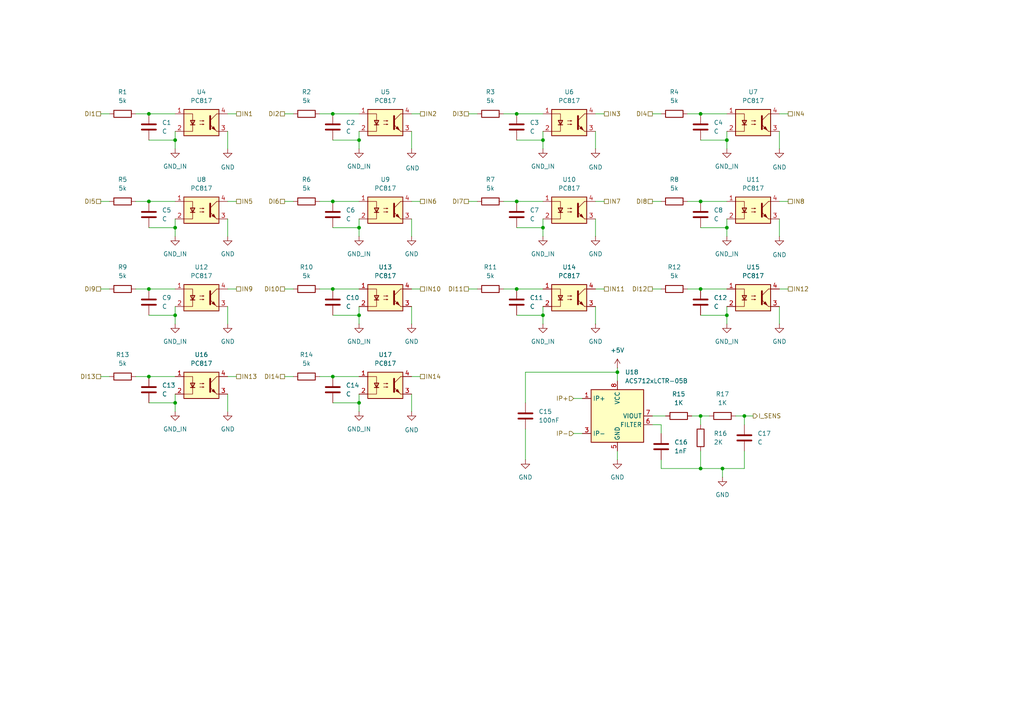
<source format=kicad_sch>
(kicad_sch (version 20250114) (generator "eeschema") (generator_version "9.0")
  (paper "A4")
  (lib_symbols
    (symbol "Device:C" (pin_numbers (hide yes)) (pin_names (offset 0.254))
      (property "Reference" "C" (at 0.635 2.54 0))
      (property "Value" "C" (at 0.635 -2.54 0))
      (symbol "C_0_1"
        (polyline (pts (xy -2.032 0.762) (xy 2.032 0.762)) (stroke (width 0.508)))
        (polyline (pts (xy -2.032 -0.762) (xy 2.032 -0.762)) (stroke (width 0.508)))
      )
      (symbol "C_1_1"
        (pin passive line (at 0 3.81 270) (length 2.794) (name "~") (number "1"))
        (pin passive line (at 0 -3.81 90) (length 2.794) (name "~") (number "2"))
      )
    )
    (symbol "Device:R" (pin_numbers (hide yes)) (pin_names (offset 0))
      (property "Reference" "R" (at 2.032 0 90))
      (property "Value" "R" (at 0 0 90))
      (symbol "R_0_1"
        (rectangle (start -1.016 -2.54) (end 1.016 2.54) (stroke (width 0.254)))
      )
      (symbol "R_1_1"
        (pin passive line (at 0 3.81 270) (length 1.27) (name "~") (number "1"))
        (pin passive line (at 0 -3.81 90) (length 1.27) (name "~") (number "2"))
      )
    )
    (symbol "Isolator:PC817" (pin_names (offset 1.016))
      (property "Reference" "U" (at -5.08 5.08 0))
      (property "Value" "PC817" (at 0 5.08 0))
      (symbol "PC817_0_1"
        (rectangle (start -5.08 3.81) (end 5.08 -3.81) (stroke (width 0.254)) (fill (type background)))
        (polyline (pts (xy -5.08 2.54) (xy -2.54 2.54) (xy -2.54 -0.635)))
        (polyline (pts (xy -3.175 -0.635) (xy -1.905 -0.635)) (stroke (width 0.254)))
        (polyline (pts (xy -2.54 -0.635) (xy -2.54 -2.54) (xy -5.08 -2.54)))
        (polyline (pts (xy -2.54 -0.635) (xy -3.175 0.635) (xy -1.905 0.635) (xy -2.54 -0.635)) (stroke (width 0.254)))
        (polyline (pts (xy -0.508 0.508) (xy 0.762 0.508) (xy 0.381 0.381) (xy 0.381 0.635) (xy 0.762 0.508)))
        (polyline (pts (xy -0.508 -0.508) (xy 0.762 -0.508) (xy 0.381 -0.635) (xy 0.381 -0.381) (xy 0.762 -0.508)))
        (polyline (pts (xy 2.54 1.905) (xy 2.54 -1.905) (xy 2.54 -1.905)) (stroke (width 0.508)))
        (polyline (pts (xy 2.54 0.635) (xy 4.445 2.54)))
        (polyline (pts (xy 3.048 -1.651) (xy 3.556 -1.143) (xy 4.064 -2.159) (xy 3.048 -1.651) (xy 3.048 -1.651)) (fill (type outline)))
        (polyline (pts (xy 4.445 2.54) (xy 5.08 2.54)))
        (polyline (pts (xy 4.445 -2.54) (xy 2.54 -0.635)) (fill (type outline)))
        (polyline (pts (xy 4.445 -2.54) (xy 5.08 -2.54)))
      )
      (symbol "PC817_1_1"
        (pin passive line (at -7.62 2.54 0) (length 2.54) (name "~") (number "1"))
        (pin passive line (at -7.62 -2.54 0) (length 2.54) (name "~") (number "2"))
        (pin passive line (at 7.62 2.54 180) (length 2.54) (name "~") (number "4"))
        (pin passive line (at 7.62 -2.54 180) (length 2.54) (name "~") (number "3"))
      )
    )
    (symbol "Sensor_Current:ACS712xLCTR-05B"
      (property "Reference" "U" (at 2.54 11.43 0))
      (property "Value" "ACS712xLCTR-05B" (at 2.54 8.89 0))
      (symbol "ACS712xLCTR-05B_0_1"
        (rectangle (start -7.62 7.62) (end 7.62 -7.62) (stroke (width 0.254)) (fill (type background)))
      )
      (symbol "ACS712xLCTR-05B_1_1"
        (pin passive line (at -10.16 5.08 0) (length 2.54) (name "IP+") (number "1"))
        (pin passive line (at -10.16 5.08 0) (length 2.54) (hide yes) (name "IP+") (number "2"))
        (pin passive line (at -10.16 -5.08 0) (length 2.54) (name "IP-") (number "3"))
        (pin passive line (at -10.16 -5.08 0) (length 2.54) (hide yes) (name "IP-") (number "4"))
        (pin power_in line (at 0 10.16 270) (length 2.54) (name "VCC") (number "8"))
        (pin power_in line (at 0 -10.16 90) (length 2.54) (name "GND") (number "5"))
        (pin output line (at 10.16 0 180) (length 2.54) (name "VIOUT") (number "7"))
        (pin passive line (at 10.16 -2.54 180) (length 2.54) (name "FILTER") (number "6"))
      )
    )
    (symbol "power:+5V" (power) (pin_numbers (hide yes)) (pin_names (offset 0) (hide yes))
      (property "Value" "+5V" (at 0 3.556 0))
      (symbol "+5V_0_1"
        (polyline (pts (xy -0.762 1.27) (xy 0 2.54)))
        (polyline (pts (xy 0 2.54) (xy 0.762 1.27)))
        (polyline (pts (xy 0 0) (xy 0 2.54)))
      )
      (symbol "+5V_1_1"
        (pin power_in line (at 0 0 90) (length 0) (name "~") (number "1"))
      )
    )
    (symbol "power:GND" (power) (pin_numbers (hide yes)) (pin_names (offset 0) (hide yes))
      (property "Value" "GND" (at 0 -3.81 0))
      (symbol "GND_0_1"
        (polyline (pts (xy 0 0) (xy 0 -1.27) (xy 1.27 -1.27) (xy 0 -2.54) (xy -1.27 -1.27) (xy 0 -1.27)))
      )
      (symbol "GND_1_1"
        (pin power_in line (at 0 0 270) (length 0) (name "~") (number "1"))
      )
    )
  )
  (junction (at 149.86 33.02))
  (junction (at 157.48 66.04))
  (junction (at 96.52 33.02))
  (junction (at 50.8 66.04))
  (junction (at 215.9 120.65))
  (junction (at 96.52 109.22))
  (junction (at 209.55 135.89))
  (junction (at 104.14 66.04))
  (junction (at 210.82 66.04))
  (junction (at 43.18 33.02))
  (junction (at 149.86 58.42))
  (junction (at 203.2 33.02))
  (junction (at 96.52 58.42))
  (junction (at 104.14 91.44))
  (junction (at 104.14 116.84))
  (junction (at 203.2 58.42))
  (junction (at 157.48 91.44))
  (junction (at 50.8 91.44))
  (junction (at 149.86 83.82))
  (junction (at 203.2 120.65))
  (junction (at 210.82 40.64))
  (junction (at 210.82 91.44))
  (junction (at 179.07 107.95))
  (junction (at 50.8 116.84))
  (junction (at 203.2 83.82))
  (junction (at 157.48 40.64))
  (junction (at 43.18 109.22))
  (junction (at 43.18 83.82))
  (junction (at 203.2 135.89))
  (junction (at 43.18 58.42))
  (junction (at 50.8 40.64))
  (junction (at 104.14 40.64))
  (junction (at 96.52 83.82))
  (wire (pts (xy 66.04 114.3) (xy 66.04 119.38)))
  (wire (pts (xy 203.2 40.64) (xy 210.82 40.64)))
  (wire (pts (xy 66.04 109.22) (xy 68.58 109.22)))
  (wire (pts (xy 209.55 135.89) (xy 209.55 138.43)))
  (wire (pts (xy 96.52 83.82) (xy 104.14 83.82)))
  (wire (pts (xy 203.2 83.82) (xy 210.82 83.82)))
  (wire (pts (xy 215.9 120.65) (xy 213.36 120.65)))
  (wire (pts (xy 92.71 109.22) (xy 96.52 109.22)))
  (wire (pts (xy 199.39 58.42) (xy 203.2 58.42)))
  (wire (pts (xy 152.4 116.84) (xy 152.4 107.95)))
  (wire (pts (xy 149.86 58.42) (xy 157.48 58.42)))
  (wire (pts (xy 172.72 33.02) (xy 175.26 33.02)))
  (wire (pts (xy 149.86 91.44) (xy 157.48 91.44)))
  (wire (pts (xy 29.21 83.82) (xy 31.75 83.82)))
  (wire (pts (xy 157.48 93.98) (xy 157.48 91.44)))
  (wire (pts (xy 104.14 88.9) (xy 104.14 91.44)))
  (wire (pts (xy 191.77 123.19) (xy 189.23 123.19)))
  (wire (pts (xy 146.05 83.82) (xy 149.86 83.82)))
  (wire (pts (xy 119.38 88.9) (xy 119.38 93.98)))
  (wire (pts (xy 157.48 88.9) (xy 157.48 91.44)))
  (wire (pts (xy 189.23 120.65) (xy 193.04 120.65)))
  (wire (pts (xy 92.71 83.82) (xy 96.52 83.82)))
  (wire (pts (xy 92.71 33.02) (xy 96.52 33.02)))
  (wire (pts (xy 104.14 38.1) (xy 104.14 40.64)))
  (wire (pts (xy 191.77 135.89) (xy 203.2 135.89)))
  (wire (pts (xy 50.8 38.1) (xy 50.8 40.64)))
  (wire (pts (xy 172.72 63.5) (xy 172.72 68.58)))
  (wire (pts (xy 66.04 33.02) (xy 68.58 33.02)))
  (wire (pts (xy 146.05 58.42) (xy 149.86 58.42)))
  (wire (pts (xy 96.52 109.22) (xy 104.14 109.22)))
  (wire (pts (xy 96.52 116.84) (xy 104.14 116.84)))
  (wire (pts (xy 157.48 38.1) (xy 157.48 40.64)))
  (wire (pts (xy 179.07 107.95) (xy 179.07 110.49)))
  (wire (pts (xy 96.52 33.02) (xy 104.14 33.02)))
  (wire (pts (xy 82.55 33.02) (xy 85.09 33.02)))
  (wire (pts (xy 179.07 106.68) (xy 179.07 107.95)))
  (wire (pts (xy 149.86 83.82) (xy 157.48 83.82)))
  (wire (pts (xy 172.72 88.9) (xy 172.72 93.98)))
  (wire (pts (xy 43.18 66.04) (xy 50.8 66.04)))
  (wire (pts (xy 43.18 91.44) (xy 50.8 91.44)))
  (wire (pts (xy 135.89 58.42) (xy 138.43 58.42)))
  (wire (pts (xy 39.37 83.82) (xy 43.18 83.82)))
  (wire (pts (xy 92.71 58.42) (xy 96.52 58.42)))
  (wire (pts (xy 209.55 135.89) (xy 215.9 135.89)))
  (wire (pts (xy 179.07 130.81) (xy 179.07 133.35)))
  (wire (pts (xy 66.04 83.82) (xy 68.58 83.82)))
  (wire (pts (xy 199.39 33.02) (xy 203.2 33.02)))
  (wire (pts (xy 104.14 114.3) (xy 104.14 116.84)))
  (wire (pts (xy 50.8 63.5) (xy 50.8 66.04)))
  (wire (pts (xy 226.06 58.42) (xy 228.6 58.42)))
  (wire (pts (xy 215.9 120.65) (xy 218.44 120.65)))
  (wire (pts (xy 104.14 63.5) (xy 104.14 66.04)))
  (wire (pts (xy 96.52 91.44) (xy 104.14 91.44)))
  (wire (pts (xy 50.8 43.18) (xy 50.8 40.64)))
  (wire (pts (xy 119.38 63.5) (xy 119.38 68.58)))
  (wire (pts (xy 189.23 58.42) (xy 191.77 58.42)))
  (wire (pts (xy 203.2 135.89) (xy 209.55 135.89)))
  (wire (pts (xy 96.52 66.04) (xy 104.14 66.04)))
  (wire (pts (xy 29.21 58.42) (xy 31.75 58.42)))
  (wire (pts (xy 203.2 120.65) (xy 200.66 120.65)))
  (wire (pts (xy 119.38 58.42) (xy 121.92 58.42)))
  (wire (pts (xy 172.72 83.82) (xy 175.26 83.82)))
  (wire (pts (xy 66.04 58.42) (xy 68.58 58.42)))
  (wire (pts (xy 199.39 83.82) (xy 203.2 83.82)))
  (wire (pts (xy 50.8 119.38) (xy 50.8 116.84)))
  (wire (pts (xy 66.04 88.9) (xy 66.04 93.98)))
  (wire (pts (xy 119.38 33.02) (xy 121.92 33.02)))
  (wire (pts (xy 210.82 93.98) (xy 210.82 91.44)))
  (wire (pts (xy 43.18 109.22) (xy 50.8 109.22)))
  (wire (pts (xy 226.06 88.9) (xy 226.06 93.98)))
  (wire (pts (xy 191.77 125.73) (xy 191.77 123.19)))
  (wire (pts (xy 29.21 109.22) (xy 31.75 109.22)))
  (wire (pts (xy 210.82 68.58) (xy 210.82 66.04)))
  (wire (pts (xy 210.82 38.1) (xy 210.82 40.64)))
  (wire (pts (xy 43.18 116.84) (xy 50.8 116.84)))
  (wire (pts (xy 39.37 33.02) (xy 43.18 33.02)))
  (wire (pts (xy 43.18 58.42) (xy 50.8 58.42)))
  (wire (pts (xy 152.4 124.46) (xy 152.4 133.35)))
  (wire (pts (xy 43.18 33.02) (xy 50.8 33.02)))
  (wire (pts (xy 203.2 123.19) (xy 203.2 120.65)))
  (wire (pts (xy 215.9 135.89) (xy 215.9 130.81)))
  (wire (pts (xy 203.2 135.89) (xy 203.2 130.81)))
  (wire (pts (xy 203.2 66.04) (xy 210.82 66.04)))
  (wire (pts (xy 166.37 125.73) (xy 168.91 125.73)))
  (wire (pts (xy 172.72 38.1) (xy 172.72 43.18)))
  (wire (pts (xy 104.14 119.38) (xy 104.14 116.84)))
  (wire (pts (xy 66.04 63.5) (xy 66.04 68.58)))
  (wire (pts (xy 104.14 68.58) (xy 104.14 66.04)))
  (wire (pts (xy 210.82 88.9) (xy 210.82 91.44)))
  (wire (pts (xy 50.8 114.3) (xy 50.8 116.84)))
  (wire (pts (xy 215.9 123.19) (xy 215.9 120.65)))
  (wire (pts (xy 152.4 107.95) (xy 179.07 107.95)))
  (wire (pts (xy 104.14 93.98) (xy 104.14 91.44)))
  (wire (pts (xy 226.06 33.02) (xy 228.6 33.02)))
  (wire (pts (xy 50.8 88.9) (xy 50.8 91.44)))
  (wire (pts (xy 166.37 115.57) (xy 168.91 115.57)))
  (wire (pts (xy 146.05 33.02) (xy 149.86 33.02)))
  (wire (pts (xy 191.77 133.35) (xy 191.77 135.89)))
  (wire (pts (xy 226.06 83.82) (xy 228.6 83.82)))
  (wire (pts (xy 135.89 83.82) (xy 138.43 83.82)))
  (wire (pts (xy 43.18 83.82) (xy 50.8 83.82)))
  (wire (pts (xy 119.38 38.1) (xy 119.38 43.18)))
  (wire (pts (xy 210.82 63.5) (xy 210.82 66.04)))
  (wire (pts (xy 149.86 33.02) (xy 157.48 33.02)))
  (wire (pts (xy 135.89 33.02) (xy 138.43 33.02)))
  (wire (pts (xy 43.18 40.64) (xy 50.8 40.64)))
  (wire (pts (xy 226.06 38.1) (xy 226.06 43.18)))
  (wire (pts (xy 189.23 83.82) (xy 191.77 83.82)))
  (wire (pts (xy 157.48 63.5) (xy 157.48 66.04)))
  (wire (pts (xy 149.86 40.64) (xy 157.48 40.64)))
  (wire (pts (xy 157.48 43.18) (xy 157.48 40.64)))
  (wire (pts (xy 226.06 63.5) (xy 226.06 68.58)))
  (wire (pts (xy 104.14 43.18) (xy 104.14 40.64)))
  (wire (pts (xy 82.55 83.82) (xy 85.09 83.82)))
  (wire (pts (xy 149.86 66.04) (xy 157.48 66.04)))
  (wire (pts (xy 82.55 58.42) (xy 85.09 58.42)))
  (wire (pts (xy 96.52 58.42) (xy 104.14 58.42)))
  (wire (pts (xy 119.38 109.22) (xy 121.92 109.22)))
  (wire (pts (xy 66.04 38.1) (xy 66.04 43.18)))
  (wire (pts (xy 203.2 33.02) (xy 210.82 33.02)))
  (wire (pts (xy 189.23 33.02) (xy 191.77 33.02)))
  (wire (pts (xy 157.48 68.58) (xy 157.48 66.04)))
  (wire (pts (xy 50.8 93.98) (xy 50.8 91.44)))
  (wire (pts (xy 210.82 43.18) (xy 210.82 40.64)))
  (wire (pts (xy 119.38 83.82) (xy 121.92 83.82)))
  (wire (pts (xy 39.37 58.42) (xy 43.18 58.42)))
  (wire (pts (xy 203.2 58.42) (xy 210.82 58.42)))
  (wire (pts (xy 39.37 109.22) (xy 43.18 109.22)))
  (wire (pts (xy 205.74 120.65) (xy 203.2 120.65)))
  (wire (pts (xy 29.21 33.02) (xy 31.75 33.02)))
  (wire (pts (xy 50.8 68.58) (xy 50.8 66.04)))
  (wire (pts (xy 119.38 114.3) (xy 119.38 119.38)))
  (wire (pts (xy 203.2 91.44) (xy 210.82 91.44)))
  (wire (pts (xy 172.72 58.42) (xy 175.26 58.42)))
  (wire (pts (xy 82.55 109.22) (xy 85.09 109.22)))
  (wire (pts (xy 96.52 40.64) (xy 104.14 40.64)))
  (hierarchical_label "IN13" (shape passive) (at 68.58 109.22 0))
  (hierarchical_label "DI10" (shape passive) (at 82.55 83.82 180))
  (hierarchical_label "DI13" (shape passive) (at 29.21 109.22 180))
  (hierarchical_label "IN10" (shape passive) (at 121.92 83.82 0))
  (hierarchical_label "DI8" (shape passive) (at 189.23 58.42 180))
  (hierarchical_label "DI9" (shape passive) (at 29.21 83.82 180))
  (hierarchical_label "IN1" (shape passive) (at 68.58 33.02 0))
  (hierarchical_label "IN6" (shape passive) (at 121.92 58.42 0))
  (hierarchical_label "IN9" (shape passive) (at 68.58 83.82 0))
  (hierarchical_label "IN2" (shape passive) (at 121.92 33.02 0))
  (hierarchical_label "IP-" (shape input) (at 166.37 125.73 180))
  (hierarchical_label "DI4" (shape passive) (at 189.23 33.02 180))
  (hierarchical_label "DI2" (shape passive) (at 82.55 33.02 180))
  (hierarchical_label "IN7" (shape passive) (at 175.26 58.42 0))
  (hierarchical_label "DI5" (shape passive) (at 29.21 58.42 180))
  (hierarchical_label "IN4" (shape passive) (at 228.6 33.02 0))
  (hierarchical_label "IN5" (shape passive) (at 68.58 58.42 0))
  (hierarchical_label "I_SENS" (shape output) (at 218.44 120.65 0))
  (hierarchical_label "IN11" (shape passive) (at 175.26 83.82 0))
  (hierarchical_label "IN12" (shape passive) (at 228.6 83.82 0))
  (hierarchical_label "DI6" (shape passive) (at 82.55 58.42 180))
  (hierarchical_label "DI12" (shape passive) (at 189.23 83.82 180))
  (hierarchical_label "DI3" (shape passive) (at 135.89 33.02 180))
  (hierarchical_label "IN3" (shape passive) (at 175.26 33.02 0))
  (hierarchical_label "DI7" (shape passive) (at 135.89 58.42 180))
  (hierarchical_label "DI11" (shape passive) (at 135.89 83.82 180))
  (hierarchical_label "DI14" (shape passive) (at 82.55 109.22 180))
  (hierarchical_label "IP+" (shape input) (at 166.37 115.57 180))
  (hierarchical_label "IN8" (shape passive) (at 228.6 58.42 0))
  (hierarchical_label "IN14" (shape passive) (at 121.92 109.22 0))
  (hierarchical_label "DI1" (shape passive) (at 29.21 33.02 180))
  (symbol (lib_id "power:GND") (at 50.8 43.18 0) (unit 1)
    (property "Reference" "#PWR06" (effects (hide yes)))
    (property "Value" "GND_IN" (at 50.8 48.26 0))
    (property "Description" "Power symbol creates a global label with name \"GND\" , ground" (effects (hide yes)))
  )
  (symbol (lib_id "Isolator:PC817") (at 111.76 111.76 0) (unit 1)
    (property "Reference" "U17" (at 111.76 102.87 0))
    (property "Value" "PC817" (at 111.76 105.41 0))
    (property "Footprint" "Package_DIP:DIP-4_W7.62mm" (effects (hide yes)))
    (property "Datasheet" "http://www.soselectronic.cz/a_info/resource/d/pc817.pdf" (effects (hide yes)))
    (property "Description" "DC Optocoupler, Vce 35V, CTR 50-300%, DIP-4" (effects (hide yes)))
  )
  (symbol (lib_id "Device:R") (at 196.85 120.65 90) (unit 1)
    (property "Reference" "R15" (at 196.85 114.3 90))
    (property "Value" "1K" (at 196.85 116.84 90))
    (property "Footprint" "Resistor_SMD:R_0805_2012Metric_Pad1.20x1.40mm_HandSolder" (effects (hide yes)))
    (property "Description" "Resistor" (effects (hide yes)))
  )
  (symbol (lib_id "Device:R") (at 195.58 83.82 90) (unit 1)
    (property "Reference" "R12" (at 195.58 77.47 90))
    (property "Value" "5k" (at 195.58 80.01 90))
    (property "Footprint" "Resistor_SMD:R_0805_2012Metric_Pad1.20x1.40mm_HandSolder" (effects (hide yes)))
    (property "Description" "Resistor" (effects (hide yes)))
  )
  (symbol (lib_id "power:GND") (at 152.4 133.35 0) (unit 1)
    (property "Reference" "#PWR082" (effects (hide yes)))
    (property "Value" "GND" (at 152.4 138.43 0))
    (property "Description" "Power symbol creates a global label with name \"GND\" , ground" (effects (hide yes)))
  )
  (symbol (lib_id "Device:R") (at 88.9 33.02 90) (unit 1)
    (property "Reference" "R2" (at 88.9 26.67 90))
    (property "Value" "5k" (at 88.9 29.21 90))
    (property "Footprint" "Resistor_SMD:R_0805_2012Metric_Pad1.20x1.40mm_HandSolder" (effects (hide yes)))
    (property "Description" "Resistor" (effects (hide yes)))
  )
  (symbol (lib_id "Isolator:PC817") (at 165.1 35.56 0) (unit 1)
    (property "Reference" "U6" (at 165.1 26.67 0))
    (property "Value" "PC817" (at 165.1 29.21 0))
    (property "Footprint" "Package_DIP:DIP-4_W7.62mm" (effects (hide yes)))
    (property "Datasheet" "http://www.soselectronic.cz/a_info/resource/d/pc817.pdf" (effects (hide yes)))
    (property "Description" "DC Optocoupler, Vce 35V, CTR 50-300%, DIP-4" (effects (hide yes)))
  )
  (symbol (lib_id "Isolator:PC817") (at 218.44 86.36 0) (unit 1)
    (property "Reference" "U15" (at 218.44 77.47 0))
    (property "Value" "PC817" (at 218.44 80.01 0))
    (property "Footprint" "Package_DIP:DIP-4_W7.62mm" (effects (hide yes)))
    (property "Datasheet" "http://www.soselectronic.cz/a_info/resource/d/pc817.pdf" (effects (hide yes)))
    (property "Description" "DC Optocoupler, Vce 35V, CTR 50-300%, DIP-4" (effects (hide yes)))
  )
  (symbol (lib_id "Device:R") (at 35.56 109.22 90) (unit 1)
    (property "Reference" "R13" (at 35.56 102.87 90))
    (property "Value" "5k" (at 35.56 105.41 90))
    (property "Footprint" "Resistor_SMD:R_0805_2012Metric_Pad1.20x1.40mm_HandSolder" (effects (hide yes)))
    (property "Description" "Resistor" (effects (hide yes)))
  )
  (symbol (lib_id "power:GND") (at 172.72 93.98 0) (unit 1)
    (property "Reference" "#PWR031" (effects (hide yes)))
    (property "Value" "GND" (at 170.688 99.06 0) (effects (justify left)))
    (property "Description" "Power symbol creates a global label with name \"GND\" , ground" (effects (hide yes)))
  )
  (symbol (lib_id "Device:C") (at 149.86 87.63 0) (unit 1)
    (property "Reference" "C11" (at 153.67 86.3599 0) (effects (justify left)))
    (property "Value" "C" (at 153.67 88.8999 0) (effects (justify left)))
    (property "Footprint" "Capacitor_SMD:C_0805_2012Metric_Pad1.18x1.45mm_HandSolder" (effects (hide yes)))
    (property "Description" "Unpolarized capacitor" (effects (hide yes)))
  )
  (symbol (lib_id "power:GND") (at 119.38 68.58 0) (unit 1)
    (property "Reference" "#PWR021" (effects (hide yes)))
    (property "Value" "GND" (at 117.348 73.66 0) (effects (justify left)))
    (property "Description" "Power symbol creates a global label with name \"GND\" , ground" (effects (hide yes)))
  )
  (symbol (lib_id "Isolator:PC817") (at 111.76 35.56 0) (unit 1)
    (property "Reference" "U5" (at 111.76 26.67 0))
    (property "Value" "PC817" (at 111.76 29.21 0))
    (property "Footprint" "Package_DIP:DIP-4_W7.62mm" (effects (hide yes)))
    (property "Datasheet" "http://www.soselectronic.cz/a_info/resource/d/pc817.pdf" (effects (hide yes)))
    (property "Description" "DC Optocoupler, Vce 35V, CTR 50-300%, DIP-4" (effects (hide yes)))
  )
  (symbol (lib_id "Device:C") (at 43.18 62.23 0) (unit 1)
    (property "Reference" "C5" (at 46.99 60.9599 0) (effects (justify left)))
    (property "Value" "C" (at 46.99 63.4999 0) (effects (justify left)))
    (property "Footprint" "Capacitor_SMD:C_0805_2012Metric_Pad1.18x1.45mm_HandSolder" (effects (hide yes)))
    (property "Description" "Unpolarized capacitor" (effects (hide yes)))
  )
  (symbol (lib_id "Device:R") (at 203.2 127 180) (unit 1)
    (property "Reference" "R16" (at 207.01 125.7299 0) (effects (justify right)))
    (property "Value" "2K" (at 207.01 128.2699 0) (effects (justify right)))
    (property "Footprint" "Resistor_SMD:R_0805_2012Metric_Pad1.20x1.40mm_HandSolder" (effects (hide yes)))
    (property "Description" "Resistor" (effects (hide yes)))
  )
  (symbol (lib_id "power:+5V") (at 179.07 106.68 0) (unit 1)
    (property "Reference" "#PWR083" (effects (hide yes)))
    (property "Value" "+5V" (at 179.07 101.6 0))
    (property "Description" "Power symbol creates a global label with name \"+5V\"" (effects (hide yes)))
  )
  (symbol (lib_id "Device:C") (at 96.52 87.63 0) (unit 1)
    (property "Reference" "C10" (at 100.33 86.3599 0) (effects (justify left)))
    (property "Value" "C" (at 100.33 88.8999 0) (effects (justify left)))
    (property "Footprint" "Capacitor_SMD:C_0805_2012Metric_Pad1.18x1.45mm_HandSolder" (effects (hide yes)))
    (property "Description" "Unpolarized capacitor" (effects (hide yes)))
  )
  (symbol (lib_id "power:GND") (at 50.8 68.58 0) (unit 1)
    (property "Reference" "#PWR018" (effects (hide yes)))
    (property "Value" "GND_IN" (at 50.8 73.66 0))
    (property "Description" "Power symbol creates a global label with name \"GND\" , ground" (effects (hide yes)))
  )
  (symbol (lib_id "power:GND") (at 209.55 138.43 0) (unit 1)
    (property "Reference" "#PWR085" (effects (hide yes)))
    (property "Value" "GND" (at 209.55 143.51 0))
    (property "Description" "Power symbol creates a global label with name \"GND\" , ground" (effects (hide yes)))
  )
  (symbol (lib_id "power:GND") (at 50.8 93.98 0) (unit 1)
    (property "Reference" "#PWR026" (effects (hide yes)))
    (property "Value" "GND_IN" (at 50.8 99.06 0))
    (property "Description" "Power symbol creates a global label with name \"GND\" , ground" (effects (hide yes)))
  )
  (symbol (lib_id "power:GND") (at 157.48 43.18 0) (unit 1)
    (property "Reference" "#PWR014" (effects (hide yes)))
    (property "Value" "GND_IN" (at 157.48 48.26 0))
    (property "Description" "Power symbol creates a global label with name \"GND\" , ground" (effects (hide yes)))
  )
  (symbol (lib_id "power:GND") (at 172.72 43.18 0) (unit 1)
    (property "Reference" "#PWR015" (effects (hide yes)))
    (property "Value" "GND" (at 170.688 48.514 0) (effects (justify left)))
    (property "Description" "Power symbol creates a global label with name \"GND\" , ground" (effects (hide yes)))
  )
  (symbol (lib_id "Device:R") (at 35.56 58.42 90) (unit 1)
    (property "Reference" "R5" (at 35.56 52.07 90))
    (property "Value" "5k" (at 35.56 54.61 90))
    (property "Footprint" "Resistor_SMD:R_0805_2012Metric_Pad1.20x1.40mm_HandSolder" (effects (hide yes)))
    (property "Description" "Resistor" (effects (hide yes)))
  )
  (symbol (lib_id "power:GND") (at 157.48 68.58 0) (unit 1)
    (property "Reference" "#PWR022" (effects (hide yes)))
    (property "Value" "GND_IN" (at 157.48 73.66 0))
    (property "Description" "Power symbol creates a global label with name \"GND\" , ground" (effects (hide yes)))
  )
  (symbol (lib_id "Isolator:PC817") (at 111.76 60.96 0) (unit 1)
    (property "Reference" "U9" (at 111.76 52.07 0))
    (property "Value" "PC817" (at 111.76 54.61 0))
    (property "Footprint" "Package_DIP:DIP-4_W7.62mm" (effects (hide yes)))
    (property "Datasheet" "http://www.soselectronic.cz/a_info/resource/d/pc817.pdf" (effects (hide yes)))
    (property "Description" "DC Optocoupler, Vce 35V, CTR 50-300%, DIP-4" (effects (hide yes)))
  )
  (symbol (lib_id "Isolator:PC817") (at 58.42 111.76 0) (unit 1)
    (property "Reference" "U16" (at 58.42 102.87 0))
    (property "Value" "PC817" (at 58.42 105.41 0))
    (property "Footprint" "Package_DIP:DIP-4_W7.62mm" (effects (hide yes)))
    (property "Datasheet" "http://www.soselectronic.cz/a_info/resource/d/pc817.pdf" (effects (hide yes)))
    (property "Description" "DC Optocoupler, Vce 35V, CTR 50-300%, DIP-4" (effects (hide yes)))
  )
  (symbol (lib_id "power:GND") (at 226.06 68.58 0) (unit 1)
    (property "Reference" "#PWR025" (effects (hide yes)))
    (property "Value" "GND" (at 224.028 73.914 0) (effects (justify left)))
    (property "Description" "Power symbol creates a global label with name \"GND\" , ground" (effects (hide yes)))
  )
  (symbol (lib_id "power:GND") (at 119.38 93.98 0) (unit 1)
    (property "Reference" "#PWR029" (effects (hide yes)))
    (property "Value" "GND" (at 117.348 99.06 0) (effects (justify left)))
    (property "Description" "Power symbol creates a global label with name \"GND\" , ground" (effects (hide yes)))
  )
  (symbol (lib_id "Isolator:PC817") (at 111.76 86.36 0) (unit 1)
    (property "Reference" "U13" (at 111.76 77.47 0))
    (property "Value" "PC817" (at 111.76 80.01 0))
    (property "Footprint" "Package_DIP:DIP-4_W7.62mm" (effects (hide yes)))
    (property "Datasheet" "http://www.soselectronic.cz/a_info/resource/d/pc817.pdf" (effects (hide yes)))
    (property "Description" "DC Optocoupler, Vce 35V, CTR 50-300%, DIP-4" (effects (hide yes)))
  )
  (symbol (lib_id "power:GND") (at 104.14 43.18 0) (unit 1)
    (property "Reference" "#PWR08" (effects (hide yes)))
    (property "Value" "GND_IN" (at 104.14 48.26 0))
    (property "Description" "Power symbol creates a global label with name \"GND\" , ground" (effects (hide yes)))
  )
  (symbol (lib_id "Device:R") (at 209.55 120.65 90) (unit 1)
    (property "Reference" "R17" (at 209.55 114.3 90))
    (property "Value" "1K" (at 209.55 116.84 90))
    (property "Footprint" "Resistor_SMD:R_0805_2012Metric_Pad1.20x1.40mm_HandSolder" (effects (hide yes)))
    (property "Description" "Resistor" (effects (hide yes)))
  )
  (symbol (lib_id "Device:C") (at 149.86 62.23 0) (unit 1)
    (property "Reference" "C7" (at 153.67 60.9599 0) (effects (justify left)))
    (property "Value" "C" (at 153.67 63.4999 0) (effects (justify left)))
    (property "Footprint" "Capacitor_SMD:C_0805_2012Metric_Pad1.18x1.45mm_HandSolder" (effects (hide yes)))
    (property "Description" "Unpolarized capacitor" (effects (hide yes)))
  )
  (symbol (lib_id "power:GND") (at 210.82 68.58 0) (unit 1)
    (property "Reference" "#PWR024" (effects (hide yes)))
    (property "Value" "GND_IN" (at 210.82 73.66 0))
    (property "Description" "Power symbol creates a global label with name \"GND\" , ground" (effects (hide yes)))
  )
  (symbol (lib_id "power:GND") (at 172.72 68.58 0) (unit 1)
    (property "Reference" "#PWR023" (effects (hide yes)))
    (property "Value" "GND" (at 170.688 73.66 0) (effects (justify left)))
    (property "Description" "Power symbol creates a global label with name \"GND\" , ground" (effects (hide yes)))
  )
  (symbol (lib_id "Device:R") (at 195.58 33.02 90) (unit 1)
    (property "Reference" "R4" (at 195.58 26.67 90))
    (property "Value" "5k" (at 195.58 29.21 90))
    (property "Footprint" "Resistor_SMD:R_0805_2012Metric_Pad1.20x1.40mm_HandSolder" (effects (hide yes)))
    (property "Description" "Resistor" (effects (hide yes)))
  )
  (symbol (lib_id "Isolator:PC817") (at 58.42 60.96 0) (unit 1)
    (property "Reference" "U8" (at 58.42 52.07 0))
    (property "Value" "PC817" (at 58.42 54.61 0))
    (property "Footprint" "Package_DIP:DIP-4_W7.62mm" (effects (hide yes)))
    (property "Datasheet" "http://www.soselectronic.cz/a_info/resource/d/pc817.pdf" (effects (hide yes)))
    (property "Description" "DC Optocoupler, Vce 35V, CTR 50-300%, DIP-4" (effects (hide yes)))
  )
  (symbol (lib_id "Device:R") (at 88.9 58.42 90) (unit 1)
    (property "Reference" "R6" (at 88.9 52.07 90))
    (property "Value" "5k" (at 88.9 54.61 90))
    (property "Footprint" "Resistor_SMD:R_0805_2012Metric_Pad1.20x1.40mm_HandSolder" (effects (hide yes)))
    (property "Description" "Resistor" (effects (hide yes)))
  )
  (symbol (lib_id "Device:C") (at 43.18 113.03 0) (unit 1)
    (property "Reference" "C13" (at 46.99 111.7599 0) (effects (justify left)))
    (property "Value" "C" (at 46.99 114.2999 0) (effects (justify left)))
    (property "Footprint" "Capacitor_SMD:C_0805_2012Metric_Pad1.18x1.45mm_HandSolder" (effects (hide yes)))
    (property "Description" "Unpolarized capacitor" (effects (hide yes)))
  )
  (symbol (lib_id "Device:C") (at 203.2 87.63 0) (unit 1)
    (property "Reference" "C12" (at 207.01 86.3599 0) (effects (justify left)))
    (property "Value" "C" (at 207.01 88.8999 0) (effects (justify left)))
    (property "Footprint" "Capacitor_SMD:C_0805_2012Metric_Pad1.18x1.45mm_HandSolder" (effects (hide yes)))
    (property "Description" "Unpolarized capacitor" (effects (hide yes)))
  )
  (symbol (lib_id "Device:R") (at 195.58 58.42 90) (unit 1)
    (property "Reference" "R8" (at 195.58 52.07 90))
    (property "Value" "5k" (at 195.58 54.61 90))
    (property "Footprint" "Resistor_SMD:R_0805_2012Metric_Pad1.20x1.40mm_HandSolder" (effects (hide yes)))
    (property "Description" "Resistor" (effects (hide yes)))
  )
  (symbol (lib_id "Device:C") (at 96.52 36.83 0) (unit 1)
    (property "Reference" "C2" (at 100.33 35.5599 0) (effects (justify left)))
    (property "Value" "C" (at 100.33 38.0999 0) (effects (justify left)))
    (property "Footprint" "Capacitor_SMD:C_0805_2012Metric_Pad1.18x1.45mm_HandSolder" (effects (hide yes)))
    (property "Description" "Unpolarized capacitor" (effects (hide yes)))
  )
  (symbol (lib_id "power:GND") (at 210.82 43.18 0) (unit 1)
    (property "Reference" "#PWR016" (effects (hide yes)))
    (property "Value" "GND_IN" (at 210.82 48.26 0))
    (property "Description" "Power symbol creates a global label with name \"GND\" , ground" (effects (hide yes)))
  )
  (symbol (lib_id "Isolator:PC817") (at 58.42 35.56 0) (unit 1)
    (property "Reference" "U4" (at 58.42 26.67 0))
    (property "Value" "PC817" (at 58.42 29.21 0))
    (property "Footprint" "Package_DIP:DIP-4_W7.62mm" (effects (hide yes)))
    (property "Datasheet" "http://www.soselectronic.cz/a_info/resource/d/pc817.pdf" (effects (hide yes)))
    (property "Description" "DC Optocoupler, Vce 35V, CTR 50-300%, DIP-4" (effects (hide yes)))
  )
  (symbol (lib_id "Isolator:PC817") (at 165.1 86.36 0) (unit 1)
    (property "Reference" "U14" (at 165.1 77.47 0))
    (property "Value" "PC817" (at 165.1 80.01 0))
    (property "Footprint" "Package_DIP:DIP-4_W7.62mm" (effects (hide yes)))
    (property "Datasheet" "http://www.soselectronic.cz/a_info/resource/d/pc817.pdf" (effects (hide yes)))
    (property "Description" "DC Optocoupler, Vce 35V, CTR 50-300%, DIP-4" (effects (hide yes)))
  )
  (symbol (lib_id "power:GND") (at 104.14 68.58 0) (unit 1)
    (property "Reference" "#PWR020" (effects (hide yes)))
    (property "Value" "GND_IN" (at 104.14 73.66 0))
    (property "Description" "Power symbol creates a global label with name \"GND\" , ground" (effects (hide yes)))
  )
  (symbol (lib_id "power:GND") (at 66.04 119.38 0) (unit 1)
    (property "Reference" "#PWR035" (effects (hide yes)))
    (property "Value" "GND" (at 64.008 124.46 0) (effects (justify left)))
    (property "Description" "Power symbol creates a global label with name \"GND\" , ground" (effects (hide yes)))
  )
  (symbol (lib_id "Device:R") (at 142.24 58.42 90) (unit 1)
    (property "Reference" "R7" (at 142.24 52.07 90))
    (property "Value" "5k" (at 142.24 54.61 90))
    (property "Footprint" "Resistor_SMD:R_0805_2012Metric_Pad1.20x1.40mm_HandSolder" (effects (hide yes)))
    (property "Description" "Resistor" (effects (hide yes)))
  )
  (symbol (lib_id "power:GND") (at 66.04 68.58 0) (unit 1)
    (property "Reference" "#PWR019" (effects (hide yes)))
    (property "Value" "GND" (at 64.008 73.66 0) (effects (justify left)))
    (property "Description" "Power symbol creates a global label with name \"GND\" , ground" (effects (hide yes)))
  )
  (symbol (lib_id "Device:R") (at 35.56 33.02 90) (unit 1)
    (property "Reference" "R1" (at 35.56 26.67 90))
    (property "Value" "5k" (at 35.56 29.21 90))
    (property "Footprint" "Resistor_SMD:R_0805_2012Metric_Pad1.20x1.40mm_HandSolder" (effects (hide yes)))
    (property "Description" "Resistor" (effects (hide yes)))
  )
  (symbol (lib_id "Isolator:PC817") (at 58.42 86.36 0) (unit 1)
    (property "Reference" "U12" (at 58.42 77.47 0))
    (property "Value" "PC817" (at 58.42 80.01 0))
    (property "Footprint" "Package_DIP:DIP-4_W7.62mm" (effects (hide yes)))
    (property "Datasheet" "http://www.soselectronic.cz/a_info/resource/d/pc817.pdf" (effects (hide yes)))
    (property "Description" "DC Optocoupler, Vce 35V, CTR 50-300%, DIP-4" (effects (hide yes)))
  )
  (symbol (lib_id "Isolator:PC817") (at 165.1 60.96 0) (unit 1)
    (property "Reference" "U10" (at 165.1 52.07 0))
    (property "Value" "PC817" (at 165.1 54.61 0))
    (property "Footprint" "Package_DIP:DIP-4_W7.62mm" (effects (hide yes)))
    (property "Datasheet" "http://www.soselectronic.cz/a_info/resource/d/pc817.pdf" (effects (hide yes)))
    (property "Description" "DC Optocoupler, Vce 35V, CTR 50-300%, DIP-4" (effects (hide yes)))
  )
  (symbol (lib_id "Device:C") (at 96.52 113.03 0) (unit 1)
    (property "Reference" "C14" (at 100.33 111.7599 0) (effects (justify left)))
    (property "Value" "C" (at 100.33 114.2999 0) (effects (justify left)))
    (property "Footprint" "Capacitor_SMD:C_0805_2012Metric_Pad1.18x1.45mm_HandSolder" (effects (hide yes)))
    (property "Description" "Unpolarized capacitor" (effects (hide yes)))
  )
  (symbol (lib_id "Device:R") (at 142.24 83.82 90) (unit 1)
    (property "Reference" "R11" (at 142.24 77.47 90))
    (property "Value" "5k" (at 142.24 80.01 90))
    (property "Footprint" "Resistor_SMD:R_0805_2012Metric_Pad1.20x1.40mm_HandSolder" (effects (hide yes)))
    (property "Description" "Resistor" (effects (hide yes)))
  )
  (symbol (lib_id "power:GND") (at 104.14 119.38 0) (unit 1)
    (property "Reference" "#PWR036" (effects (hide yes)))
    (property "Value" "GND_IN" (at 104.14 124.46 0))
    (property "Description" "Power symbol creates a global label with name \"GND\" , ground" (effects (hide yes)))
  )
  (symbol (lib_id "power:GND") (at 226.06 93.98 0) (unit 1)
    (property "Reference" "#PWR033" (effects (hide yes)))
    (property "Value" "GND" (at 224.028 99.06 0) (effects (justify left)))
    (property "Description" "Power symbol creates a global label with name \"GND\" , ground" (effects (hide yes)))
  )
  (symbol (lib_id "Device:R") (at 88.9 83.82 90) (unit 1)
    (property "Reference" "R10" (at 88.9 77.47 90))
    (property "Value" "5k" (at 88.9 80.01 90))
    (property "Footprint" "Resistor_SMD:R_0805_2012Metric_Pad1.20x1.40mm_HandSolder" (effects (hide yes)))
    (property "Description" "Resistor" (effects (hide yes)))
  )
  (symbol (lib_id "Device:C") (at 43.18 36.83 0) (unit 1)
    (property "Reference" "C1" (at 46.99 35.5599 0) (effects (justify left)))
    (property "Value" "C" (at 46.99 38.0999 0) (effects (justify left)))
    (property "Footprint" "Capacitor_SMD:C_0805_2012Metric_Pad1.18x1.45mm_HandSolder" (effects (hide yes)))
    (property "Description" "Unpolarized capacitor" (effects (hide yes)))
  )
  (symbol (lib_id "Device:R") (at 35.56 83.82 90) (unit 1)
    (property "Reference" "R9" (at 35.56 77.47 90))
    (property "Value" "5k" (at 35.56 80.01 90))
    (property "Footprint" "Resistor_SMD:R_0805_2012Metric_Pad1.20x1.40mm_HandSolder" (effects (hide yes)))
    (property "Description" "Resistor" (effects (hide yes)))
  )
  (symbol (lib_id "power:GND") (at 104.14 93.98 0) (unit 1)
    (property "Reference" "#PWR028" (effects (hide yes)))
    (property "Value" "GND_IN" (at 104.14 99.06 0))
    (property "Description" "Power symbol creates a global label with name \"GND\" , ground" (effects (hide yes)))
  )
  (symbol (lib_id "power:GND") (at 226.06 43.18 0) (unit 1)
    (property "Reference" "#PWR017" (effects (hide yes)))
    (property "Value" "GND" (at 224.028 48.514 0) (effects (justify left)))
    (property "Description" "Power symbol creates a global label with name \"GND\" , ground" (effects (hide yes)))
  )
  (symbol (lib_id "power:GND") (at 157.48 93.98 0) (unit 1)
    (property "Reference" "#PWR030" (effects (hide yes)))
    (property "Value" "GND_IN" (at 157.48 99.06 0))
    (property "Description" "Power symbol creates a global label with name \"GND\" , ground" (effects (hide yes)))
  )
  (symbol (lib_id "Isolator:PC817") (at 218.44 35.56 0) (unit 1)
    (property "Reference" "U7" (at 218.44 26.67 0))
    (property "Value" "PC817" (at 218.44 29.21 0))
    (property "Footprint" "Package_DIP:DIP-4_W7.62mm" (effects (hide yes)))
    (property "Datasheet" "http://www.soselectronic.cz/a_info/resource/d/pc817.pdf" (effects (hide yes)))
    (property "Description" "DC Optocoupler, Vce 35V, CTR 50-300%, DIP-4" (effects (hide yes)))
  )
  (symbol (lib_id "power:GND") (at 50.8 119.38 0) (unit 1)
    (property "Reference" "#PWR034" (effects (hide yes)))
    (property "Value" "GND_IN" (at 50.8 124.46 0))
    (property "Description" "Power symbol creates a global label with name \"GND\" , ground" (effects (hide yes)))
  )
  (symbol (lib_id "Device:C") (at 149.86 36.83 0) (unit 1)
    (property "Reference" "C3" (at 153.67 35.5599 0) (effects (justify left)))
    (property "Value" "C" (at 153.67 38.0999 0) (effects (justify left)))
    (property "Footprint" "Capacitor_SMD:C_0805_2012Metric_Pad1.18x1.45mm_HandSolder" (effects (hide yes)))
    (property "Description" "Unpolarized capacitor" (effects (hide yes)))
  )
  (symbol (lib_id "Device:C") (at 203.2 62.23 0) (unit 1)
    (property "Reference" "C8" (at 207.01 60.9599 0) (effects (justify left)))
    (property "Value" "C" (at 207.01 63.4999 0) (effects (justify left)))
    (property "Footprint" "Capacitor_SMD:C_0805_2012Metric_Pad1.18x1.45mm_HandSolder" (effects (hide yes)))
    (property "Description" "Unpolarized capacitor" (effects (hide yes)))
  )
  (symbol (lib_id "Device:C") (at 215.9 127 0) (unit 1)
    (property "Reference" "C17" (at 219.71 125.7299 0) (effects (justify left)))
    (property "Value" "C" (at 219.71 128.2699 0) (effects (justify left)))
    (property "Footprint" "Capacitor_SMD:C_0805_2012Metric" (effects (hide yes)))
    (property "Description" "Unpolarized capacitor" (effects (hide yes)))
  )
  (symbol (lib_id "Isolator:PC817") (at 218.44 60.96 0) (unit 1)
    (property "Reference" "U11" (at 218.44 52.07 0))
    (property "Value" "PC817" (at 218.44 54.61 0))
    (property "Footprint" "Package_DIP:DIP-4_W7.62mm" (effects (hide yes)))
    (property "Datasheet" "http://www.soselectronic.cz/a_info/resource/d/pc817.pdf" (effects (hide yes)))
    (property "Description" "DC Optocoupler, Vce 35V, CTR 50-300%, DIP-4" (effects (hide yes)))
  )
  (symbol (lib_id "power:GND") (at 66.04 43.18 0) (unit 1)
    (property "Reference" "#PWR07" (effects (hide yes)))
    (property "Value" "GND" (at 64.008 48.514 0) (effects (justify left)))
    (property "Description" "Power symbol creates a global label with name \"GND\" , ground" (effects (hide yes)))
  )
  (symbol (lib_id "Device:R") (at 88.9 109.22 90) (unit 1)
    (property "Reference" "R14" (at 88.9 102.87 90))
    (property "Value" "5k" (at 88.9 105.41 90))
    (property "Footprint" "Resistor_SMD:R_0805_2012Metric_Pad1.20x1.40mm_HandSolder" (effects (hide yes)))
    (property "Description" "Resistor" (effects (hide yes)))
  )
  (symbol (lib_id "Device:C") (at 191.77 129.54 0) (unit 1)
    (property "Reference" "C16" (at 195.58 128.2699 0) (effects (justify left)))
    (property "Value" "1nF" (at 195.58 130.8099 0) (effects (justify left)))
    (property "Footprint" "Capacitor_SMD:C_0805_2012Metric" (effects (hide yes)))
    (property "Description" "Unpolarized capacitor" (effects (hide yes)))
  )
  (symbol (lib_id "power:GND") (at 66.04 93.98 0) (unit 1)
    (property "Reference" "#PWR027" (effects (hide yes)))
    (property "Value" "GND" (at 64.008 99.06 0) (effects (justify left)))
    (property "Description" "Power symbol creates a global label with name \"GND\" , ground" (effects (hide yes)))
  )
  (symbol (lib_id "power:GND") (at 119.38 119.38 0) (unit 1)
    (property "Reference" "#PWR037" (effects (hide yes)))
    (property "Value" "GND" (at 117.348 124.714 0) (effects (justify left)))
    (property "Description" "Power symbol creates a global label with name \"GND\" , ground" (effects (hide yes)))
  )
  (symbol (lib_id "Device:C") (at 43.18 87.63 0) (unit 1)
    (property "Reference" "C9" (at 46.99 86.3599 0) (effects (justify left)))
    (property "Value" "C" (at 46.99 88.8999 0) (effects (justify left)))
    (property "Footprint" "Capacitor_SMD:C_0805_2012Metric_Pad1.18x1.45mm_HandSolder" (effects (hide yes)))
    (property "Description" "Unpolarized capacitor" (effects (hide yes)))
  )
  (symbol (lib_id "Device:C") (at 203.2 36.83 0) (unit 1)
    (property "Reference" "C4" (at 207.01 35.5599 0) (effects (justify left)))
    (property "Value" "C" (at 207.01 38.0999 0) (effects (justify left)))
    (property "Footprint" "Capacitor_SMD:C_0805_2012Metric_Pad1.18x1.45mm_HandSolder" (effects (hide yes)))
    (property "Description" "Unpolarized capacitor" (effects (hide yes)))
  )
  (symbol (lib_id "Device:C") (at 96.52 62.23 0) (unit 1)
    (property "Reference" "C6" (at 100.33 60.9599 0) (effects (justify left)))
    (property "Value" "C" (at 100.33 63.4999 0) (effects (justify left)))
    (property "Footprint" "Capacitor_SMD:C_0805_2012Metric_Pad1.18x1.45mm_HandSolder" (effects (hide yes)))
    (property "Description" "Unpolarized capacitor" (effects (hide yes)))
  )
  (symbol (lib_id "power:GND") (at 210.82 93.98 0) (unit 1)
    (property "Reference" "#PWR032" (effects (hide yes)))
    (property "Value" "GND_IN" (at 210.82 99.06 0))
    (property "Description" "Power symbol creates a global label with name \"GND\" , ground" (effects (hide yes)))
  )
  (symbol (lib_id "Sensor_Current:ACS712xLCTR-05B") (at 179.07 120.65 0) (unit 1)
    (property "Reference" "U18" (at 181.2641 107.95 0) (effects (justify left)))
    (property "Value" "ACS712xLCTR-05B" (at 181.2641 110.49 0) (effects (justify left)))
    (property "Footprint" "Package_SO:SOIC-8_3.9x4.9mm_P1.27mm" (effects (hide yes)))
    (property "Datasheet" "http://www.allegromicro.com/~/media/Files/Datasheets/ACS712-Datasheet.ashx?la=en" (effects (hide yes)))
    (property "Description" "±5A Bidirectional Hall-Effect Current Sensor, +5.0V supply, 185mV/A, SOIC-8" (effects (hide yes)))
  )
  (symbol (lib_id "power:GND") (at 119.38 43.18 0) (unit 1)
    (property "Reference" "#PWR09" (effects (hide yes)))
    (property "Value" "GND" (at 117.602 48.768 0) (effects (justify left)))
    (property "Description" "Power symbol creates a global label with name \"GND\" , ground" (effects (hide yes)))
  )
  (symbol (lib_id "power:GND") (at 179.07 133.35 0) (unit 1)
    (property "Reference" "#PWR084" (effects (hide yes)))
    (property "Value" "GND" (at 179.07 138.43 0))
    (property "Description" "Power symbol creates a global label with name \"GND\" , ground" (effects (hide yes)))
  )
  (symbol (lib_id "Device:R") (at 142.24 33.02 90) (unit 1)
    (property "Reference" "R3" (at 142.24 26.67 90))
    (property "Value" "5k" (at 142.24 29.21 90))
    (property "Footprint" "Resistor_SMD:R_0805_2012Metric_Pad1.20x1.40mm_HandSolder" (effects (hide yes)))
    (property "Description" "Resistor" (effects (hide yes)))
  )
  (symbol (lib_id "Device:C") (at 152.4 120.65 0) (unit 1)
    (property "Reference" "C15" (at 156.21 119.3799 0) (effects (justify left)))
    (property "Value" "100nF" (at 156.21 121.9199 0) (effects (justify left)))
    (property "Footprint" "Capacitor_SMD:C_0805_2012Metric" (effects (hide yes)))
    (property "Description" "Unpolarized capacitor" (effects (hide yes)))
  )
)
</source>
